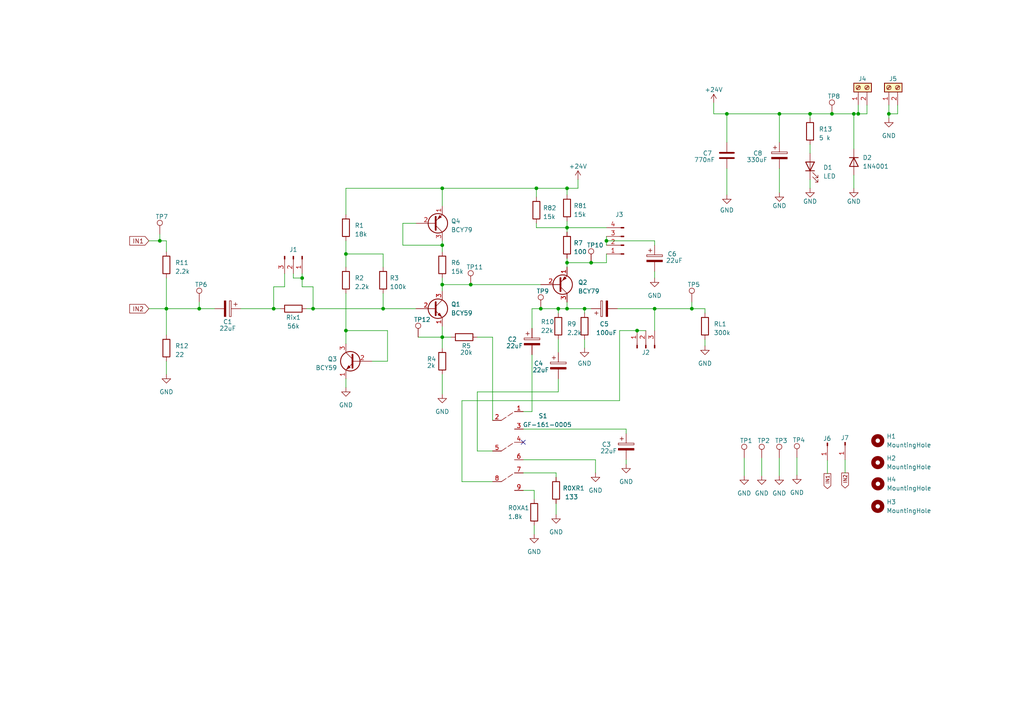
<source format=kicad_sch>
(kicad_sch (version 20230121) (generator eeschema)
  (paper "A4")
  (lib_symbols
    (symbol "Connector:Conn_01x01_Male" (pin_names (offset 1.016) hide)
      (property "Reference" "J" (at 0 2.54 0))
      (property "Value" "Conn_01x01_Male" (at 0 -2.54 0))
      (symbol "Conn_01x01_Male_1_1"
        (polyline (pts (xy 1.27 0) (xy 0.8636 0)) (stroke (width 0.1524)))
        (rectangle (start 0.8636 0.127) (end 0 -0.127) (stroke (width 0.1524)) (fill (type outline)))
        (pin passive line (at 5.08 0 180) (length 3.81) (name "Pin_1") (number "1"))
      )
    )
    (symbol "Connector:Conn_01x03_Pin" (pin_names (offset 1.016) hide)
      (property "Reference" "J" (at 0 5.08 0))
      (property "Value" "Conn_01x03_Pin" (at 0 -5.08 0))
      (symbol "Conn_01x03_Pin_1_1"
        (polyline (pts (xy 1.27 -2.54) (xy 0.8636 -2.54)) (stroke (width 0.1524)))
        (polyline (pts (xy 1.27 0) (xy 0.8636 0)) (stroke (width 0.1524)))
        (polyline (pts (xy 1.27 2.54) (xy 0.8636 2.54)) (stroke (width 0.1524)))
        (rectangle (start 0.8636 -2.413) (end 0 -2.667) (stroke (width 0.1524)) (fill (type outline)))
        (rectangle (start 0.8636 0.127) (end 0 -0.127) (stroke (width 0.1524)) (fill (type outline)))
        (rectangle (start 0.8636 2.667) (end 0 2.413) (stroke (width 0.1524)) (fill (type outline)))
        (pin passive line (at 5.08 2.54 180) (length 3.81) (name "Pin_1") (number "1"))
        (pin passive line (at 5.08 0 180) (length 3.81) (name "Pin_2") (number "2"))
        (pin passive line (at 5.08 -2.54 180) (length 3.81) (name "Pin_3") (number "3"))
      )
    )
    (symbol "Connector:Conn_01x04_Pin" (pin_names (offset 1.016) hide)
      (property "Reference" "J" (at 0 5.08 0))
      (property "Value" "Conn_01x04_Pin" (at 0 -7.62 0))
      (symbol "Conn_01x04_Pin_1_1"
        (polyline (pts (xy 1.27 -5.08) (xy 0.8636 -5.08)) (stroke (width 0.1524)))
        (polyline (pts (xy 1.27 -2.54) (xy 0.8636 -2.54)) (stroke (width 0.1524)))
        (polyline (pts (xy 1.27 0) (xy 0.8636 0)) (stroke (width 0.1524)))
        (polyline (pts (xy 1.27 2.54) (xy 0.8636 2.54)) (stroke (width 0.1524)))
        (rectangle (start 0.8636 -4.953) (end 0 -5.207) (stroke (width 0.1524)) (fill (type outline)))
        (rectangle (start 0.8636 -2.413) (end 0 -2.667) (stroke (width 0.1524)) (fill (type outline)))
        (rectangle (start 0.8636 0.127) (end 0 -0.127) (stroke (width 0.1524)) (fill (type outline)))
        (rectangle (start 0.8636 2.667) (end 0 2.413) (stroke (width 0.1524)) (fill (type outline)))
        (pin passive line (at 5.08 2.54 180) (length 3.81) (name "Pin_1") (number "1"))
        (pin passive line (at 5.08 0 180) (length 3.81) (name "Pin_2") (number "2"))
        (pin passive line (at 5.08 -2.54 180) (length 3.81) (name "Pin_3") (number "3"))
        (pin passive line (at 5.08 -5.08 180) (length 3.81) (name "Pin_4") (number "4"))
      )
    )
    (symbol "Connector:Screw_Terminal_01x02" (pin_names (offset 1.016) hide)
      (property "Reference" "J" (at 0 2.54 0))
      (property "Value" "Screw_Terminal_01x02" (at 0 -5.08 0))
      (symbol "Screw_Terminal_01x02_1_1"
        (rectangle (start -1.27 1.27) (end 1.27 -3.81) (stroke (width 0.254)) (fill (type background)))
        (circle (center 0 -2.54) (radius 0.635) (stroke (width 0.1524)))
        (polyline (pts (xy -0.5334 -2.2098) (xy 0.3302 -3.048)) (stroke (width 0.1524)))
        (polyline (pts (xy -0.5334 0.3302) (xy 0.3302 -0.508)) (stroke (width 0.1524)))
        (polyline (pts (xy -0.3556 -2.032) (xy 0.508 -2.8702)) (stroke (width 0.1524)))
        (polyline (pts (xy -0.3556 0.508) (xy 0.508 -0.3302)) (stroke (width 0.1524)))
        (circle (center 0 0) (radius 0.635) (stroke (width 0.1524)))
        (pin passive line (at -5.08 0 0) (length 3.81) (name "Pin_1") (number "1"))
        (pin passive line (at -5.08 -2.54 0) (length 3.81) (name "Pin_2") (number "2"))
      )
    )
    (symbol "Connector:TestPoint" (pin_numbers hide) (pin_names (offset 0.762) hide)
      (property "Reference" "TP" (at 0 6.858 0))
      (property "Value" "TestPoint" (at 0 5.08 0))
      (symbol "TestPoint_0_1"
        (circle (center 0 3.302) (radius 0.762))
      )
      (symbol "TestPoint_1_1"
        (pin passive line (at 0 0 90) (length 2.54) (name "1") (number "1"))
      )
    )
    (symbol "Device:C" (pin_numbers hide) (pin_names (offset 0.254))
      (property "Reference" "C" (at 0.635 2.54 0))
      (property "Value" "C" (at 0.635 -2.54 0))
      (symbol "C_0_1"
        (polyline (pts (xy -2.032 -0.762) (xy 2.032 -0.762)) (stroke (width 0.508)))
        (polyline (pts (xy -2.032 0.762) (xy 2.032 0.762)) (stroke (width 0.508)))
      )
      (symbol "C_1_1"
        (pin passive line (at 0 3.81 270) (length 2.794) (name "~") (number "1"))
        (pin passive line (at 0 -3.81 90) (length 2.794) (name "~") (number "2"))
      )
    )
    (symbol "Device:C_Polarized" (pin_numbers hide) (pin_names (offset 0.254))
      (property "Reference" "C" (at 0.635 2.54 0))
      (property "Value" "C_Polarized" (at 0.635 -2.54 0))
      (symbol "C_Polarized_0_1"
        (rectangle (start -2.286 0.508) (end 2.286 1.016))
        (polyline (pts (xy -1.778 2.286) (xy -0.762 2.286)))
        (polyline (pts (xy -1.27 2.794) (xy -1.27 1.778)))
        (rectangle (start 2.286 -0.508) (end -2.286 -1.016) (fill (type outline)))
      )
      (symbol "C_Polarized_1_1"
        (pin passive line (at 0 3.81 270) (length 2.794) (name "~") (number "1"))
        (pin passive line (at 0 -3.81 90) (length 2.794) (name "~") (number "2"))
      )
    )
    (symbol "Device:D" (pin_numbers hide) (pin_names (offset 1.016) hide)
      (property "Reference" "D" (at 0 2.54 0))
      (property "Value" "D" (at 0 -2.54 0))
      (symbol "D_0_1"
        (polyline (pts (xy -1.27 1.27) (xy -1.27 -1.27)) (stroke (width 0.254)))
        (polyline (pts (xy 1.27 0) (xy -1.27 0)))
        (polyline (pts (xy 1.27 1.27) (xy 1.27 -1.27) (xy -1.27 0) (xy 1.27 1.27)) (stroke (width 0.254)))
      )
      (symbol "D_1_1"
        (pin passive line (at -3.81 0 0) (length 2.54) (name "K") (number "1"))
        (pin passive line (at 3.81 0 180) (length 2.54) (name "A") (number "2"))
      )
    )
    (symbol "Device:LED" (pin_numbers hide) (pin_names (offset 1.016) hide)
      (property "Reference" "D" (at 0 2.54 0))
      (property "Value" "LED" (at 0 -2.54 0))
      (symbol "LED_0_1"
        (polyline (pts (xy -1.27 -1.27) (xy -1.27 1.27)) (stroke (width 0.254)))
        (polyline (pts (xy -1.27 0) (xy 1.27 0)))
        (polyline (pts (xy 1.27 -1.27) (xy 1.27 1.27) (xy -1.27 0) (xy 1.27 -1.27)) (stroke (width 0.254)))
        (polyline (pts (xy -3.048 -0.762) (xy -4.572 -2.286) (xy -3.81 -2.286) (xy -4.572 -2.286) (xy -4.572 -1.524)))
        (polyline (pts (xy -1.778 -0.762) (xy -3.302 -2.286) (xy -2.54 -2.286) (xy -3.302 -2.286) (xy -3.302 -1.524)))
      )
      (symbol "LED_1_1"
        (pin passive line (at -3.81 0 0) (length 2.54) (name "K") (number "1"))
        (pin passive line (at 3.81 0 180) (length 2.54) (name "A") (number "2"))
      )
    )
    (symbol "Device:Q_NPN_EBC" (pin_names (offset 0) hide)
      (property "Reference" "Q" (at 5.08 1.27 0))
      (property "Value" "Q_NPN_EBC" (at 5.08 -1.27 0))
      (symbol "Q_NPN_EBC_0_1"
        (polyline (pts (xy 0.635 0.635) (xy 2.54 2.54)))
        (polyline (pts (xy 0.635 -0.635) (xy 2.54 -2.54) (xy 2.54 -2.54)))
        (polyline (pts (xy 0.635 1.905) (xy 0.635 -1.905) (xy 0.635 -1.905)) (stroke (width 0.508)))
        (polyline (pts (xy 1.27 -1.778) (xy 1.778 -1.27) (xy 2.286 -2.286) (xy 1.27 -1.778) (xy 1.27 -1.778)) (fill (type outline)))
        (circle (center 1.27 0) (radius 2.8194) (stroke (width 0.254)))
      )
      (symbol "Q_NPN_EBC_1_1"
        (pin passive line (at 2.54 -5.08 90) (length 2.54) (name "E") (number "1"))
        (pin passive line (at -5.08 0 0) (length 5.715) (name "B") (number "2"))
        (pin passive line (at 2.54 5.08 270) (length 2.54) (name "C") (number "3"))
      )
    )
    (symbol "Device:Q_PNP_EBC" (pin_names (offset 0) hide)
      (property "Reference" "Q" (at 5.08 1.27 0))
      (property "Value" "Q_PNP_EBC" (at 5.08 -1.27 0))
      (symbol "Q_PNP_EBC_0_1"
        (polyline (pts (xy 0.635 0.635) (xy 2.54 2.54)))
        (polyline (pts (xy 0.635 -0.635) (xy 2.54 -2.54) (xy 2.54 -2.54)))
        (polyline (pts (xy 0.635 1.905) (xy 0.635 -1.905) (xy 0.635 -1.905)) (stroke (width 0.508)))
        (polyline (pts (xy 2.286 -1.778) (xy 1.778 -2.286) (xy 1.27 -1.27) (xy 2.286 -1.778) (xy 2.286 -1.778)) (fill (type outline)))
        (circle (center 1.27 0) (radius 2.8194) (stroke (width 0.254)))
      )
      (symbol "Q_PNP_EBC_1_1"
        (pin passive line (at 2.54 -5.08 90) (length 2.54) (name "E") (number "1"))
        (pin input line (at -5.08 0 0) (length 5.715) (name "B") (number "2"))
        (pin passive line (at 2.54 5.08 270) (length 2.54) (name "C") (number "3"))
      )
    )
    (symbol "Device:R" (pin_numbers hide) (pin_names (offset 0))
      (property "Reference" "R" (at 2.032 0 90))
      (property "Value" "R" (at 0 0 90))
      (symbol "R_0_1"
        (rectangle (start -1.016 -2.54) (end 1.016 2.54) (stroke (width 0.254)))
      )
      (symbol "R_1_1"
        (pin passive line (at 0 3.81 270) (length 1.27) (name "~") (number "1"))
        (pin passive line (at 0 -3.81 90) (length 1.27) (name "~") (number "2"))
      )
    )
    (symbol "Mechanical:MountingHole" (pin_names (offset 1.016))
      (property "Reference" "H" (at 0 5.08 0))
      (property "Value" "MountingHole" (at 0 3.175 0))
      (symbol "MountingHole_0_1"
        (circle (center 0 0) (radius 1.27) (stroke (width 1.27)))
      )
    )
    (symbol "User_Symbol:Switch_3PDT"
      (property "Reference" "S" (at 1.27 -13.97 0))
      (property "Value" "GF-161-0005" (at -7.62 -13.97 0))
      (symbol "Switch_3PDT_0_1"
        (polyline (pts (xy 0 -8.89) (xy 3.81 -6.35)) (stroke (width 0) (type dash)))
        (polyline (pts (xy 0 0) (xy 3.81 2.54)) (stroke (width 0) (type dash)))
        (polyline (pts (xy 0 8.89) (xy 3.81 11.43)) (stroke (width 0) (type dash)))
      )
      (symbol "Switch_3PDT_1_1"
        (pin input line (at 6.35 11.43 180) (length 2.54) (name "") (number "1"))
        (pin input line (at -2.54 8.89 0) (length 2.54) (name "") (number "2"))
        (pin input line (at 6.35 6.35 180) (length 2.54) (name "") (number "3"))
        (pin input line (at 6.35 2.54 180) (length 2.54) (name "") (number "4"))
        (pin input line (at -2.54 0 0) (length 2.54) (name "") (number "5"))
        (pin input line (at 6.35 -2.54 180) (length 2.54) (name "") (number "6"))
        (pin input line (at 6.35 -6.35 180) (length 2.54) (name "") (number "7"))
        (pin input line (at -2.54 -8.89 0) (length 2.54) (name "") (number "8"))
        (pin input line (at 6.35 -11.43 180) (length 2.54) (name "") (number "9"))
      )
    )
    (symbol "power:+24V" (power) (pin_names (offset 0))
      (property "Value" "+24V" (at 0 3.556 0))
      (symbol "+24V_0_1"
        (polyline (pts (xy -0.762 1.27) (xy 0 2.54)))
        (polyline (pts (xy 0 0) (xy 0 2.54)))
        (polyline (pts (xy 0 2.54) (xy 0.762 1.27)))
      )
      (symbol "+24V_1_1"
        (pin power_in line (at 0 0 90) (length 0) hide (name "+24V") (number "1"))
      )
    )
    (symbol "power:GND" (power) (pin_names (offset 0))
      (property "Value" "GND" (at 0 -3.81 0))
      (symbol "GND_0_1"
        (polyline (pts (xy 0 0) (xy 0 -1.27) (xy 1.27 -1.27) (xy 0 -2.54) (xy -1.27 -1.27) (xy 0 -1.27)))
      )
      (symbol "GND_1_1"
        (pin power_in line (at 0 0 270) (length 0) hide (name "GND") (number "1"))
      )
    )
  )
  (junction (at 87.63 80.645))
  (junction (at 156.845 89.535))
  (junction (at 136.525 82.55))
  (junction (at 57.785 89.535))
  (junction (at 155.575 54.61))
  (junction (at 226.06 33.02))
  (junction (at 79.375 89.535))
  (junction (at 128.27 82.55))
  (junction (at 184.785 95.885))
  (junction (at 171.45 76.2))
  (junction (at 164.465 54.61))
  (junction (at 189.865 89.535))
  (junction (at 90.805 89.535))
  (junction (at 164.465 89.535))
  (junction (at 100.33 95.885))
  (junction (at 241.3 33.02))
  (junction (at 247.65 33.02))
  (junction (at 161.925 89.535))
  (junction (at 164.465 76.2))
  (junction (at 128.27 97.79))
  (junction (at 200.66 89.535))
  (junction (at 164.465 66.04))
  (junction (at 169.545 89.535))
  (junction (at 128.27 71.12))
  (junction (at 48.26 89.535))
  (junction (at 128.27 54.61))
  (junction (at 210.82 33.02))
  (junction (at 100.33 73.66))
  (junction (at 46.355 69.85))
  (junction (at 257.81 33.02))
  (junction (at 111.125 89.535))
  (junction (at 234.95 33.02))
  (junction (at 248.92 33.02))
  (junction (at 175.895 69.85))
  (no_connect (at 151.765 128.27))
  (wire (pts (xy 142.875 121.92) (xy 142.875 97.79)))
  (wire (pts (xy 151.765 124.46) (xy 181.61 124.46)))
  (wire (pts (xy 161.925 113.665) (xy 161.925 109.855)))
  (wire (pts (xy 48.26 80.645) (xy 48.26 89.535)))
  (wire (pts (xy 142.875 130.81) (xy 138.43 130.81)))
  (wire (pts (xy 215.8556 132.8986) (xy 215.8556 137.9786)))
  (wire (pts (xy 130.81 97.79) (xy 128.27 97.79)))
  (wire (pts (xy 161.925 89.535) (xy 164.465 89.535)))
  (wire (pts (xy 155.575 66.04) (xy 164.465 66.04)))
  (wire (pts (xy 128.27 82.55) (xy 128.27 84.455)))
  (wire (pts (xy 111.125 89.535) (xy 120.65 89.535)))
  (wire (pts (xy 100.33 73.66) (xy 100.33 77.47)))
  (wire (pts (xy 200.66 87.63) (xy 200.66 89.535)))
  (wire (pts (xy 161.925 102.235) (xy 161.925 98.425)))
  (wire (pts (xy 57.785 89.535) (xy 62.23 89.535)))
  (wire (pts (xy 128.27 97.79) (xy 128.27 100.965)))
  (wire (pts (xy 120.65 64.77) (xy 116.84 64.77)))
  (wire (pts (xy 87.63 79.375) (xy 87.63 80.645)))
  (wire (pts (xy 207.01 29.845) (xy 207.01 33.02)))
  (wire (pts (xy 164.465 66.04) (xy 164.465 67.31)))
  (wire (pts (xy 88.9 89.535) (xy 90.805 89.535)))
  (wire (pts (xy 107.95 104.775) (xy 112.395 104.775)))
  (wire (pts (xy 164.465 76.2) (xy 164.465 77.47)))
  (wire (pts (xy 189.865 89.535) (xy 200.66 89.535)))
  (wire (pts (xy 234.95 52.07) (xy 234.95 54.61)))
  (wire (pts (xy 172.72 133.35) (xy 172.72 137.16)))
  (wire (pts (xy 210.82 41.275) (xy 210.82 33.02)))
  (wire (pts (xy 57.785 87.63) (xy 57.785 89.535)))
  (wire (pts (xy 128.27 69.85) (xy 128.27 71.12)))
  (wire (pts (xy 175.895 69.85) (xy 189.865 69.85)))
  (wire (pts (xy 128.27 94.615) (xy 128.27 97.79)))
  (wire (pts (xy 257.81 33.02) (xy 257.81 34.29)))
  (wire (pts (xy 151.765 137.16) (xy 161.29 137.16)))
  (wire (pts (xy 82.55 83.185) (xy 79.375 83.185)))
  (wire (pts (xy 181.61 124.46) (xy 181.61 125.73)))
  (wire (pts (xy 48.26 89.535) (xy 48.26 97.155)))
  (wire (pts (xy 154.305 89.535) (xy 156.845 89.535)))
  (wire (pts (xy 179.07 89.535) (xy 189.865 89.535)))
  (wire (pts (xy 128.27 54.61) (xy 155.575 54.61)))
  (wire (pts (xy 48.26 89.535) (xy 57.785 89.535)))
  (wire (pts (xy 175.895 73.66) (xy 175.895 76.2)))
  (wire (pts (xy 43.18 69.85) (xy 46.355 69.85)))
  (wire (pts (xy 85.09 79.375) (xy 85.09 80.645)))
  (wire (pts (xy 128.27 71.12) (xy 128.27 73.025)))
  (wire (pts (xy 111.125 85.09) (xy 111.125 89.535)))
  (wire (pts (xy 207.01 33.02) (xy 210.82 33.02)))
  (wire (pts (xy 142.875 139.7) (xy 133.985 139.7)))
  (wire (pts (xy 85.09 80.645) (xy 87.63 80.645)))
  (wire (pts (xy 121.285 97.79) (xy 128.27 97.79)))
  (wire (pts (xy 46.355 69.85) (xy 48.26 69.85)))
  (wire (pts (xy 128.27 82.55) (xy 136.525 82.55)))
  (wire (pts (xy 164.465 87.63) (xy 164.465 89.535)))
  (wire (pts (xy 100.33 54.61) (xy 128.27 54.61)))
  (wire (pts (xy 169.545 89.535) (xy 169.545 90.805)))
  (wire (pts (xy 251.46 30.48) (xy 251.46 33.02)))
  (wire (pts (xy 179.705 116.205) (xy 179.705 95.885)))
  (wire (pts (xy 142.875 97.79) (xy 138.43 97.79)))
  (wire (pts (xy 46.355 67.945) (xy 46.355 69.85)))
  (wire (pts (xy 171.45 76.2) (xy 164.465 76.2)))
  (wire (pts (xy 175.895 76.2) (xy 171.45 76.2)))
  (wire (pts (xy 210.82 33.02) (xy 226.06 33.02)))
  (wire (pts (xy 112.395 104.775) (xy 112.395 95.885)))
  (wire (pts (xy 189.865 95.885) (xy 189.865 89.535)))
  (wire (pts (xy 79.375 83.185) (xy 79.375 89.535)))
  (wire (pts (xy 248.92 33.02) (xy 248.92 30.48)))
  (wire (pts (xy 161.29 137.16) (xy 161.29 138.43)))
  (wire (pts (xy 87.63 83.185) (xy 90.805 83.185)))
  (wire (pts (xy 164.465 66.04) (xy 175.895 66.04)))
  (wire (pts (xy 247.65 33.02) (xy 247.65 43.18)))
  (wire (pts (xy 111.125 73.66) (xy 100.33 73.66)))
  (wire (pts (xy 200.66 89.535) (xy 204.47 89.535)))
  (wire (pts (xy 251.46 33.02) (xy 248.92 33.02)))
  (wire (pts (xy 90.805 89.535) (xy 111.125 89.535)))
  (wire (pts (xy 48.26 69.85) (xy 48.26 73.025)))
  (wire (pts (xy 175.895 69.85) (xy 175.895 71.12)))
  (wire (pts (xy 154.94 142.24) (xy 154.94 144.78)))
  (wire (pts (xy 138.43 113.665) (xy 161.925 113.665)))
  (wire (pts (xy 100.33 69.85) (xy 100.33 73.66)))
  (wire (pts (xy 90.805 83.185) (xy 90.805 89.535)))
  (wire (pts (xy 100.33 85.09) (xy 100.33 95.885)))
  (wire (pts (xy 169.545 89.535) (xy 171.45 89.535)))
  (wire (pts (xy 164.465 74.93) (xy 164.465 76.2)))
  (wire (pts (xy 128.27 54.61) (xy 128.27 59.69)))
  (wire (pts (xy 226.06 33.02) (xy 226.06 41.275)))
  (wire (pts (xy 245.11 133.35) (xy 245.11 137.16)))
  (wire (pts (xy 175.895 68.58) (xy 175.895 69.85)))
  (wire (pts (xy 189.865 78.74) (xy 189.865 80.645)))
  (wire (pts (xy 48.26 104.775) (xy 48.26 108.585)))
  (wire (pts (xy 43.18 89.535) (xy 48.26 89.535)))
  (wire (pts (xy 133.985 139.7) (xy 133.985 116.205)))
  (wire (pts (xy 161.925 90.805) (xy 161.925 89.535)))
  (wire (pts (xy 151.765 119.38) (xy 154.305 119.38)))
  (wire (pts (xy 257.81 30.48) (xy 257.81 33.02)))
  (wire (pts (xy 204.47 90.805) (xy 204.47 89.535)))
  (wire (pts (xy 167.64 52.07) (xy 167.64 54.61)))
  (wire (pts (xy 220.9356 132.8986) (xy 220.9356 137.9786)))
  (wire (pts (xy 155.575 64.77) (xy 155.575 66.04)))
  (wire (pts (xy 167.64 54.61) (xy 164.465 54.61)))
  (wire (pts (xy 128.27 80.645) (xy 128.27 82.55)))
  (wire (pts (xy 181.61 133.35) (xy 181.61 134.62)))
  (wire (pts (xy 87.63 80.645) (xy 87.63 83.185)))
  (wire (pts (xy 151.765 133.35) (xy 172.72 133.35)))
  (wire (pts (xy 100.33 95.885) (xy 100.33 99.695)))
  (wire (pts (xy 155.575 54.61) (xy 155.575 57.15)))
  (wire (pts (xy 151.765 142.24) (xy 154.94 142.24)))
  (wire (pts (xy 154.305 102.87) (xy 154.305 119.38)))
  (wire (pts (xy 179.705 95.885) (xy 184.785 95.885)))
  (wire (pts (xy 116.84 64.77) (xy 116.84 71.12)))
  (wire (pts (xy 164.465 89.535) (xy 169.545 89.535)))
  (wire (pts (xy 155.575 54.61) (xy 164.465 54.61)))
  (wire (pts (xy 161.29 146.05) (xy 161.29 149.225)))
  (wire (pts (xy 116.84 71.12) (xy 128.27 71.12)))
  (wire (pts (xy 111.125 77.47) (xy 111.125 73.66)))
  (wire (pts (xy 184.785 95.885) (xy 187.325 95.885)))
  (wire (pts (xy 241.3 33.02) (xy 247.65 33.02)))
  (wire (pts (xy 69.85 89.535) (xy 79.375 89.535)))
  (wire (pts (xy 226.06 33.02) (xy 234.95 33.02)))
  (wire (pts (xy 234.95 33.02) (xy 241.3 33.02)))
  (wire (pts (xy 133.985 116.205) (xy 179.705 116.205)))
  (wire (pts (xy 226.06 48.895) (xy 226.06 55.88)))
  (wire (pts (xy 154.305 95.25) (xy 154.305 89.535)))
  (wire (pts (xy 128.27 108.585) (xy 128.27 114.3)))
  (wire (pts (xy 164.465 64.135) (xy 164.465 66.04)))
  (wire (pts (xy 260.35 30.48) (xy 260.35 33.02)))
  (wire (pts (xy 234.95 33.02) (xy 234.95 34.29)))
  (wire (pts (xy 164.465 54.61) (xy 164.465 56.515)))
  (wire (pts (xy 154.94 152.4) (xy 154.94 154.94)))
  (wire (pts (xy 100.33 109.855) (xy 100.33 112.395)))
  (wire (pts (xy 210.82 48.895) (xy 210.82 56.515)))
  (wire (pts (xy 260.35 33.02) (xy 257.81 33.02)))
  (wire (pts (xy 234.95 41.91) (xy 234.95 44.45)))
  (wire (pts (xy 226.0156 132.8986) (xy 226.0156 137.9786)))
  (wire (pts (xy 231.14 132.715) (xy 231.14 137.795)))
  (wire (pts (xy 247.65 33.02) (xy 248.92 33.02)))
  (wire (pts (xy 136.525 82.55) (xy 156.845 82.55)))
  (wire (pts (xy 112.395 95.885) (xy 100.33 95.885)))
  (wire (pts (xy 79.375 89.535) (xy 81.28 89.535)))
  (wire (pts (xy 100.33 62.23) (xy 100.33 54.61)))
  (wire (pts (xy 239.9856 133.5336) (xy 239.9856 137.3436)))
  (wire (pts (xy 169.545 98.425) (xy 169.545 100.965)))
  (wire (pts (xy 156.845 89.535) (xy 161.925 89.535)))
  (wire (pts (xy 204.47 98.425) (xy 204.47 100.33)))
  (wire (pts (xy 138.43 130.81) (xy 138.43 113.665)))
  (wire (pts (xy 82.55 79.375) (xy 82.55 83.185)))
  (wire (pts (xy 189.865 69.85) (xy 189.865 71.12)))
  (wire (pts (xy 247.65 50.8) (xy 247.65 54.61)))
  (global_label "IN2" (shape output) (at 245.11 137.16 270) (effects (font (size 1 1))) (property "Intersheetrefs" "${INTERSHEET_REFS}" (effects hide)))
  (global_label "IN1" (shape input) (at 43.18 69.85 180) (property "Intersheetrefs" "${INTERSHEET_REFS}" (effects hide)))
  (global_label "IN2" (shape input) (at 43.18 89.535 180) (property "Intersheetrefs" "${INTERSHEET_REFS}" (effects hide)))
  (global_label "IN1" (shape output) (at 239.9856 137.3436 270) (effects (font (size 1 1))) (property "Intersheetrefs" "${INTERSHEET_REFS}" (effects hide)))
  (symbol (lib_id "Connector:TestPoint") (at 57.785 87.63 0) (unit 1)
    (property "Reference" "TP6" (at 56.515 82.55 0) (effects (justify left)))
    (property "Value" "TestPoint" (effects hide))
    (property "Footprint" "User_Footprint:Kesytone TP Multipurpose 5013" (effects hide))
  )
  (symbol (lib_id "Device:R") (at 169.545 94.615 180) (unit 1)
    (property "Reference" "R9" (at 164.465 93.98 0) (effects (justify right)))
    (property "Value" "2.2k" (at 164.465 96.52 0) (effects (justify right)))
    (property "Footprint" "Resistor_THT:R_Axial_DIN0207_L6.3mm_D2.5mm_P10.16mm_Horizontal" (effects hide))
  )
  (symbol (lib_id "Device:R") (at 100.33 81.28 180) (unit 1)
    (property "Reference" "R2" (at 102.87 80.645 0) (effects (justify right)))
    (property "Value" "2.2k" (at 102.87 83.185 0) (effects (justify right)))
    (property "Footprint" "Resistor_THT:R_Axial_DIN0207_L6.3mm_D2.5mm_P10.16mm_Horizontal" (effects hide))
  )
  (symbol (lib_id "Device:R") (at 85.09 89.535 90) (unit 1)
    (property "Reference" "Rix1" (at 85.09 92.075 90))
    (property "Value" "56k" (at 85.09 94.615 90))
    (property "Footprint" "Resistor_THT:R_Axial_DIN0207_L6.3mm_D2.5mm_P10.16mm_Horizontal" (effects hide))
  )
  (symbol (lib_id "power:GND") (at 172.72 137.16 0) (unit 1)
    (property "Reference" "#PWR016" (effects hide))
    (property "Value" "GND" (at 172.72 142.24 0))
  )
  (symbol (lib_id "Device:LED") (at 234.95 48.26 90) (unit 1)
    (property "Reference" "D1" (at 238.76 48.5774 90) (effects (justify right)))
    (property "Value" "LED" (at 238.76 51.1174 90) (effects (justify right)))
    (property "Footprint" "LED_THT:LED_D5.0mm" (effects hide))
  )
  (symbol (lib_id "Device:C_Polarized") (at 226.06 45.085 0) (unit 1)
    (property "Reference" "C8" (at 218.44 44.45 0) (effects (justify left)))
    (property "Value" "330uF" (at 216.535 46.355 0) (effects (justify left)))
    (property "Footprint" "Capacitor_THT:CP_Radial_D8.0mm_P3.50mm" (effects hide))
  )
  (symbol (lib_id "Connector:TestPoint") (at 136.525 82.55 0) (unit 1)
    (property "Reference" "TP11" (at 135.255 77.47 0) (effects (justify left)))
    (property "Value" "TestPoint" (effects hide))
    (property "Footprint" "User_Footprint:Kesytone TP Multipurpose 5013" (effects hide))
  )
  (symbol (lib_id "Connector:Conn_01x04_Pin") (at 180.975 71.12 180) (unit 1)
    (property "Reference" "J3" (at 178.435 62.23 0) (effects (justify right)))
    (property "Value" "Conn_01x04_Pin" (effects hide))
    (property "Footprint" "Connector_PinHeader_2.54mm:PinHeader_1x04_P2.54mm_Vertical" (effects hide))
  )
  (symbol (lib_id "Mechanical:MountingHole") (at 254.5906 134.1686 0) (unit 1)
    (property "Reference" "H2" (at 257.1306 132.8985 0) (effects (justify left)))
    (property "Value" "MountingHole" (at 257.1306 135.4385 0) (effects (justify left)))
    (property "Footprint" "MountingHole:MountingHole_3.2mm_M3_ISO7380_Pad_TopBottom" (effects hide))
  )
  (symbol (lib_id "Device:C_Polarized") (at 189.865 74.93 0) (unit 1)
    (property "Reference" "C6" (at 194.945 73.66 0))
    (property "Value" "22uF" (at 195.58 75.565 0))
    (property "Footprint" "Capacitor_THT:CP_Radial_D6.3mm_P2.50mm" (effects hide))
  )
  (symbol (lib_id "power:GND") (at 189.865 80.645 0) (unit 1)
    (property "Reference" "#PWR04" (effects hide))
    (property "Value" "GND" (at 189.865 85.725 0))
  )
  (symbol (lib_id "power:GND") (at 154.94 154.94 0) (unit 1)
    (property "Reference" "#PWR018" (effects hide))
    (property "Value" "GND" (at 154.94 160.02 0))
  )
  (symbol (lib_id "power:+24V") (at 167.64 52.07 0) (unit 1)
    (property "Reference" "#PWR019" (effects hide))
    (property "Value" "+24V" (at 167.64 48.26 0))
  )
  (symbol (lib_id "power:GND") (at 210.82 56.515 0) (unit 1)
    (property "Reference" "#PWR011" (effects hide))
    (property "Value" "GND" (at 210.82 60.96 0))
  )
  (symbol (lib_id "Connector:Conn_01x03_Pin") (at 187.325 100.965 90) (unit 1)
    (property "Reference" "J2" (at 187.325 102.235 90))
    (property "Value" "Conn_01x03_Pin" (effects hide))
    (property "Footprint" "Connector_PinHeader_2.54mm:PinHeader_1x03_P2.54mm_Vertical" (effects hide))
  )
  (symbol (lib_id "Device:R") (at 111.125 81.28 180) (unit 1)
    (property "Reference" "R3" (at 113.03 80.645 0) (effects (justify right)))
    (property "Value" "100k" (at 113.03 83.185 0) (effects (justify right)))
    (property "Footprint" "Resistor_THT:R_Axial_DIN0207_L6.3mm_D2.5mm_P10.16mm_Horizontal" (effects hide))
  )
  (symbol (lib_id "Device:Q_PNP_EBC") (at 125.73 64.77 0) (mirror x) (unit 1)
    (property "Reference" "Q4" (at 130.81 64.135 0) (effects (justify left)))
    (property "Value" "BCY79" (at 130.81 66.675 0) (effects (justify left)))
    (property "Footprint" "Package_TO_SOT_THT:TO-18-3" (effects hide))
  )
  (symbol (lib_id "Device:D") (at 247.65 46.99 270) (unit 1)
    (property "Reference" "D2" (at 250.19 45.7199 90) (effects (justify left)))
    (property "Value" "1N4001" (at 250.19 48.2599 90) (effects (justify left)))
    (property "Footprint" "Diode_THT:D_DO-41_SOD81_P10.16mm_Horizontal" (effects hide))
  )
  (symbol (lib_id "Mechanical:MountingHole") (at 254.5906 127.8186 0) (unit 1)
    (property "Reference" "H1" (at 257.1306 126.5485 0) (effects (justify left)))
    (property "Value" "MountingHole" (at 257.1306 129.0885 0) (effects (justify left)))
    (property "Footprint" "MountingHole:MountingHole_3.2mm_M3_ISO7380_Pad_TopBottom" (effects hide))
  )
  (symbol (lib_id "Connector:TestPoint") (at 156.845 89.535 0) (unit 1)
    (property "Reference" "TP9" (at 155.575 84.455 0) (effects (justify left)))
    (property "Value" "TestPoint" (effects hide))
    (property "Footprint" "User_Footprint:Kesytone TP Multipurpose 5013" (effects hide))
  )
  (symbol (lib_id "Device:R") (at 155.575 60.96 180) (unit 1)
    (property "Reference" "R82" (at 157.48 60.325 0) (effects (justify right)))
    (property "Value" "15k" (at 157.48 62.865 0) (effects (justify right)))
    (property "Footprint" "Resistor_THT:R_Axial_DIN0207_L6.3mm_D2.5mm_P10.16mm_Horizontal" (effects hide))
  )
  (symbol (lib_id "Device:R") (at 100.33 66.04 180) (unit 1)
    (property "Reference" "R1" (at 102.87 65.405 0) (effects (justify right)))
    (property "Value" "18k" (at 102.87 67.945 0) (effects (justify right)))
    (property "Footprint" "Resistor_THT:R_Axial_DIN0207_L6.3mm_D2.5mm_P10.16mm_Horizontal" (effects hide))
  )
  (symbol (lib_id "Device:R") (at 204.47 94.615 0) (unit 1)
    (property "Reference" "RL1" (at 207.01 93.98 0) (effects (justify left)))
    (property "Value" "300k" (at 207.01 96.52 0) (effects (justify left)))
    (property "Footprint" "Resistor_THT:R_Axial_DIN0207_L6.3mm_D2.5mm_P10.16mm_Horizontal" (effects hide))
  )
  (symbol (lib_id "Connector:TestPoint") (at 241.3 33.02 0) (unit 1)
    (property "Reference" "TP8" (at 240.03 27.94 0) (effects (justify left)))
    (property "Value" "TestPoint" (effects hide))
    (property "Footprint" "User_Footprint:Kesytone TP Multipurpose 5013" (effects hide))
  )
  (symbol (lib_id "Device:R") (at 48.26 76.835 0) (unit 1)
    (property "Reference" "R11" (at 50.8 76.2 0) (effects (justify left)))
    (property "Value" "2.2k" (at 50.8 78.74 0) (effects (justify left)))
    (property "Footprint" "Resistor_THT:R_Axial_DIN0207_L6.3mm_D2.5mm_P10.16mm_Horizontal" (effects hide))
  )
  (symbol (lib_id "Connector:TestPoint") (at 231.14 132.715 0) (unit 1)
    (property "Reference" "TP4" (at 229.87 127.635 0) (effects (justify left)))
    (property "Value" "TestPoint" (effects hide))
    (property "Footprint" "User_Footprint:TestPoint" (effects hide))
  )
  (symbol (lib_id "Device:C_Polarized") (at 66.04 89.535 270) (unit 1)
    (property "Reference" "C1" (at 66.04 93.345 90))
    (property "Value" "22uF" (at 66.04 95.25 90))
    (property "Footprint" "Capacitor_THT:CP_Radial_D6.3mm_P2.50mm" (effects hide))
  )
  (symbol (lib_id "Device:R") (at 164.465 60.325 180) (unit 1)
    (property "Reference" "R81" (at 166.37 59.69 0) (effects (justify right)))
    (property "Value" "15k" (at 166.37 62.23 0) (effects (justify right)))
    (property "Footprint" "Resistor_THT:R_Axial_DIN0207_L6.3mm_D2.5mm_P10.16mm_Horizontal" (effects hide))
  )
  (symbol (lib_id "power:GND") (at 48.26 108.585 0) (unit 1)
    (property "Reference" "#PWR01" (effects hide))
    (property "Value" "GND" (at 48.26 113.665 0))
  )
  (symbol (lib_id "Device:Q_PNP_EBC") (at 161.925 82.55 0) (mirror x) (unit 1)
    (property "Reference" "Q2" (at 167.64 81.915 0) (effects (justify left)))
    (property "Value" "BCY79" (at 167.64 84.455 0) (effects (justify left)))
    (property "Footprint" "Package_TO_SOT_THT:TO-18-3" (effects hide))
  )
  (symbol (lib_id "power:GND") (at 215.8556 137.9786 0) (unit 1)
    (property "Reference" "#PWR012" (effects hide))
    (property "Value" "GND" (at 215.8556 143.0586 0))
  )
  (symbol (lib_id "power:GND") (at 226.06 55.88 0) (unit 1)
    (property "Reference" "#PWR010" (effects hide))
    (property "Value" "GND" (at 226.06 59.69 0))
  )
  (symbol (lib_id "Device:R") (at 134.62 97.79 270) (unit 1)
    (property "Reference" "R5" (at 135.255 100.33 90))
    (property "Value" "20k" (at 135.255 102.235 90))
    (property "Footprint" "Resistor_THT:R_Axial_DIN0207_L6.3mm_D2.5mm_P10.16mm_Horizontal" (effects hide))
  )
  (symbol (lib_id "power:+24V") (at 207.01 29.845 0) (unit 1)
    (property "Reference" "#PWR020" (effects hide))
    (property "Value" "+24V" (at 207.01 26.035 0))
  )
  (symbol (lib_id "Device:R") (at 128.27 76.835 180) (unit 1)
    (property "Reference" "R6" (at 130.81 76.2 0) (effects (justify right)))
    (property "Value" "15k" (at 130.81 78.74 0) (effects (justify right)))
    (property "Footprint" "Resistor_THT:R_Axial_DIN0207_L6.3mm_D2.5mm_P10.16mm_Horizontal" (effects hide))
  )
  (symbol (lib_id "Connector:TestPoint") (at 220.9356 132.8986 0) (unit 1)
    (property "Reference" "TP2" (at 219.6656 127.8186 0) (effects (justify left)))
    (property "Value" "TestPoint" (effects hide))
    (property "Footprint" "User_Footprint:TestPoint" (effects hide))
  )
  (symbol (lib_id "power:GND") (at 128.27 114.3 0) (unit 1)
    (property "Reference" "#PWR03" (effects hide))
    (property "Value" "GND" (at 128.27 119.38 0))
  )
  (symbol (lib_id "Connector:Conn_01x01_Male") (at 245.11 128.27 270) (unit 1)
    (property "Reference" "J7" (at 243.84 127 90) (effects (justify left)))
    (property "Value" "Conn_01x01_Male" (effects hide))
    (property "Footprint" "User_Footprint:TestPoint" (effects hide))
  )
  (symbol (lib_id "Device:C") (at 210.82 45.085 180) (unit 1)
    (property "Reference" "C7" (at 203.835 44.45 0) (effects (justify right)))
    (property "Value" "770nF" (at 201.295 46.355 0) (effects (justify right)))
    (property "Footprint" "Capacitor_THT:C_Disc_D6.0mm_W2.5mm_P5.00mm" (effects hide))
  )
  (symbol (lib_id "power:GND") (at 220.9356 137.9786 0) (unit 1)
    (property "Reference" "#PWR013" (effects hide))
    (property "Value" "GND" (at 220.9356 143.0586 0))
  )
  (symbol (lib_id "Connector:TestPoint") (at 171.45 76.2 0) (unit 1)
    (property "Reference" "TP10" (at 170.18 71.12 0) (effects (justify left)))
    (property "Value" "TestPoint" (effects hide))
    (property "Footprint" "User_Footprint:Kesytone TP Multipurpose 5013" (effects hide))
  )
  (symbol (lib_id "Device:R") (at 128.27 104.775 180) (unit 1)
    (property "Reference" "R4" (at 123.825 104.14 0) (effects (justify right)))
    (property "Value" "2k" (at 123.825 106.045 0) (effects (justify right)))
    (property "Footprint" "Resistor_THT:R_Axial_DIN0207_L6.3mm_D2.5mm_P10.16mm_Horizontal" (effects hide))
  )
  (symbol (lib_id "Device:Q_NPN_EBC") (at 125.73 89.535 0) (unit 1)
    (property "Reference" "Q1" (at 130.81 88.265 0) (effects (justify left)))
    (property "Value" "BCY59" (at 130.81 90.805 0) (effects (justify left)))
    (property "Footprint" "Package_TO_SOT_THT:TO-18-3" (effects hide))
  )
  (symbol (lib_id "Device:C_Polarized") (at 161.925 106.045 0) (unit 1)
    (property "Reference" "C4" (at 156.21 105.41 0))
    (property "Value" "22uF" (at 156.845 107.315 0))
    (property "Footprint" "Capacitor_THT:CP_Radial_D6.3mm_P2.50mm" (effects hide))
  )
  (symbol (lib_id "Connector:Conn_01x01_Male") (at 239.9856 128.4536 270) (unit 1)
    (property "Reference" "J6" (at 238.7156 127.1836 90) (effects (justify left)))
    (property "Value" "Conn_01x01_Male" (effects hide))
    (property "Footprint" "User_Footprint:TestPoint" (effects hide))
  )
  (symbol (lib_id "power:GND") (at 234.95 54.61 0) (unit 1)
    (property "Reference" "#PWR07" (effects hide))
    (property "Value" "GND" (at 234.95 58.42 0))
  )
  (symbol (lib_id "Mechanical:MountingHole") (at 254.635 140.335 0) (unit 1)
    (property "Reference" "H4" (at 257.175 139.0649 0) (effects (justify left)))
    (property "Value" "MountingHole" (at 257.175 141.6049 0) (effects (justify left)))
    (property "Footprint" "MountingHole:MountingHole_3.2mm_M3_ISO7380_Pad_TopBottom" (effects hide))
  )
  (symbol (lib_id "power:GND") (at 181.61 134.62 0) (unit 1)
    (property "Reference" "#PWR015" (effects hide))
    (property "Value" "GND" (at 181.61 139.7 0))
  )
  (symbol (lib_id "Connector:Screw_Terminal_01x02") (at 248.92 25.4 90) (unit 1)
    (property "Reference" "J4" (at 248.92 22.86 90) (effects (justify right)))
    (property "Value" "Screw_Terminal_01x02" (effects hide))
    (property "Footprint" "TerminalBlock_Phoenix:TerminalBlock_Phoenix_MKDS-1,5-2_1x02_P5.00mm_Horizontal" (effects hide))
  )
  (symbol (lib_id "Connector:Conn_01x03_Pin") (at 85.09 74.295 270) (unit 1)
    (property "Reference" "J1" (at 85.09 72.39 90))
    (property "Value" "Conn_01x03_Pin" (effects hide))
    (property "Footprint" "Connector_PinHeader_2.54mm:PinHeader_1x03_P2.54mm_Vertical" (effects hide))
  )
  (symbol (lib_id "Device:C_Polarized") (at 175.26 89.535 90) (unit 1)
    (property "Reference" "C5" (at 175.26 93.98 90))
    (property "Value" "100uF" (at 175.895 96.52 90))
    (property "Footprint" "Capacitor_THT:CP_Radial_D8.0mm_P3.50mm" (effects hide))
  )
  (symbol (lib_id "power:GND") (at 204.47 100.33 0) (unit 1)
    (property "Reference" "#PWR06" (effects hide))
    (property "Value" "GND" (at 204.47 105.41 0))
  )
  (symbol (lib_id "Device:R") (at 161.925 94.615 180) (unit 1)
    (property "Reference" "R10" (at 156.845 93.345 0) (effects (justify right)))
    (property "Value" "22k" (at 156.845 95.885 0) (effects (justify right)))
    (property "Footprint" "Resistor_THT:R_Axial_DIN0207_L6.3mm_D2.5mm_P10.16mm_Horizontal" (effects hide))
  )
  (symbol (lib_id "Device:C_Polarized") (at 181.61 129.54 0) (unit 1)
    (property "Reference" "C3" (at 175.895 128.905 0))
    (property "Value" "22uF" (at 176.53 130.81 0))
    (property "Footprint" "Capacitor_THT:CP_Radial_D6.3mm_P2.50mm" (effects hide))
  )
  (symbol (lib_id "power:GND") (at 100.33 112.395 0) (unit 1)
    (property "Reference" "#PWR02" (effects hide))
    (property "Value" "GND" (at 100.33 117.475 0))
  )
  (symbol (lib_id "Connector:TestPoint") (at 46.355 67.945 0) (unit 1)
    (property "Reference" "TP7" (at 45.085 62.865 0) (effects (justify left)))
    (property "Value" "TestPoint" (effects hide))
    (property "Footprint" "User_Footprint:Kesytone TP Multipurpose 5013" (effects hide))
  )
  (symbol (lib_id "power:GND") (at 226.0156 137.9786 0) (unit 1)
    (property "Reference" "#PWR014" (effects hide))
    (property "Value" "GND" (at 226.0156 143.0586 0))
  )
  (symbol (lib_id "Device:R") (at 164.465 71.12 180) (unit 1)
    (property "Reference" "R7" (at 166.37 70.485 0) (effects (justify right)))
    (property "Value" "100" (at 166.37 73.025 0) (effects (justify right)))
    (property "Footprint" "Resistor_THT:R_Axial_DIN0207_L6.3mm_D2.5mm_P10.16mm_Horizontal" (effects hide))
  )
  (symbol (lib_id "Connector:TestPoint") (at 215.8556 132.8986 0) (unit 1)
    (property "Reference" "TP1" (at 214.5856 127.8186 0) (effects (justify left)))
    (property "Value" "TestPoint" (effects hide))
    (property "Footprint" "User_Footprint:TestPoint" (effects hide))
  )
  (symbol (lib_id "Device:Q_NPN_EBC") (at 102.87 104.775 0) (mirror y) (unit 1)
    (property "Reference" "Q3" (at 97.79 104.14 0) (effects (justify left)))
    (property "Value" "BCY59" (at 97.79 106.68 0) (effects (justify left)))
    (property "Footprint" "Package_TO_SOT_THT:TO-18-3" (effects hide))
  )
  (symbol (lib_id "power:GND") (at 161.29 149.225 0) (unit 1)
    (property "Reference" "#PWR017" (effects hide))
    (property "Value" "GND" (at 161.29 154.305 0))
  )
  (symbol (lib_id "Device:R") (at 234.95 38.1 0) (unit 1)
    (property "Reference" "R13" (at 237.49 37.465 0) (effects (justify left)))
    (property "Value" "5 k" (at 237.49 40.005 0) (effects (justify left)))
    (property "Footprint" "Resistor_THT:R_Axial_DIN0207_L6.3mm_D2.5mm_P10.16mm_Horizontal" (effects hide))
  )
  (symbol (lib_id "power:GND") (at 247.65 54.61 0) (unit 1)
    (property "Reference" "#PWR08" (effects hide))
    (property "Value" "GND" (at 247.65 58.42 0))
  )
  (symbol (lib_id "Connector:TestPoint") (at 121.285 97.79 0) (unit 1)
    (property "Reference" "TP12" (at 120.015 92.71 0) (effects (justify left)))
    (property "Value" "TestPoint" (effects hide))
    (property "Footprint" "User_Footprint:Kesytone TP Multipurpose 5013" (effects hide))
  )
  (symbol (lib_id "Device:R") (at 154.94 148.59 180) (unit 1)
    (property "Reference" "R0XA1" (at 147.32 147.32 0) (effects (justify right)))
    (property "Value" "1.8k" (at 147.32 149.86 0) (effects (justify right)))
    (property "Footprint" "Resistor_THT:R_Axial_DIN0207_L6.3mm_D2.5mm_P10.16mm_Horizontal" (effects hide))
  )
  (symbol (lib_id "Connector:Screw_Terminal_01x02") (at 257.81 25.4 90) (unit 1)
    (property "Reference" "J5" (at 257.81 22.86 90) (effects (justify right)))
    (property "Value" "Screw_Terminal_01x02" (effects hide))
    (property "Footprint" "TerminalBlock_Phoenix:TerminalBlock_Phoenix_MKDS-1,5-2_1x02_P5.00mm_Horizontal" (effects hide))
  )
  (symbol (lib_id "power:GND") (at 169.545 100.965 0) (unit 1)
    (property "Reference" "#PWR05" (effects hide))
    (property "Value" "GND" (at 169.545 105.41 0))
  )
  (symbol (lib_id "User_Symbol:Switch_3PDT") (at 145.415 130.81 0) (unit 1)
    (property "Reference" "S1" (at 157.48 120.65 0))
    (property "Value" "GF-161-0005" (at 158.75 123.19 0))
    (property "Footprint" "User_Footprint:GF-161-0005" (effects hide))
    (property "Datasheet" "https://switches-connectors-custom.cwind.com/item/miniature-slide-switches/ted-panel-mount-miniature-slide-switches-swidgets-/item-1535" (effects hide))
    (property "Supplier" "https://eu.mouser.com/ProductDetail/CW-Industries/GF-161-0005?qs=qit5zruqE%252B88vP6Cw3xmjQ%3D%3D" (effects hide))
  )
  (symbol (lib_id "Device:C_Polarized") (at 154.305 99.06 0) (unit 1)
    (property "Reference" "C2" (at 148.59 98.425 0))
    (property "Value" "22uF" (at 149.225 100.33 0))
    (property "Footprint" "Capacitor_THT:CP_Radial_D6.3mm_P2.50mm" (effects hide))
  )
  (symbol (lib_id "Connector:TestPoint") (at 200.66 87.63 0) (unit 1)
    (property "Reference" "TP5" (at 199.39 82.55 0) (effects (justify left)))
    (property "Value" "TestPoint" (effects hide))
    (property "Footprint" "User_Footprint:Kesytone TP Multipurpose 5013" (effects hide))
  )
  (symbol (lib_id "power:GND") (at 231.14 137.795 0) (unit 1)
    (property "Reference" "#PWR021" (effects hide))
    (property "Value" "GND" (at 231.14 142.875 0))
  )
  (symbol (lib_id "power:GND") (at 257.81 34.29 0) (unit 1)
    (property "Reference" "#PWR09" (effects hide))
    (property "Value" "GND" (at 257.81 39.37 0))
  )
  (symbol (lib_id "Device:R") (at 48.26 100.965 0) (unit 1)
    (property "Reference" "R12" (at 50.8 100.33 0) (effects (justify left)))
    (property "Value" "22" (at 50.8 102.87 0) (effects (justify left)))
    (property "Footprint" "Resistor_THT:R_Axial_DIN0207_L6.3mm_D2.5mm_P10.16mm_Horizontal" (effects hide))
  )
  (symbol (lib_id "Mechanical:MountingHole") (at 254.5906 146.8686 0) (unit 1)
    (property "Reference" "H3" (at 257.1306 145.5985 0) (effects (justify left)))
    (property "Value" "MountingHole" (at 257.1306 148.1385 0) (effects (justify left)))
    (property "Footprint" "MountingHole:MountingHole_3.2mm_M3_ISO7380_Pad_TopBottom" (effects hide))
  )
  (symbol (lib_id "Device:R") (at 161.29 142.24 180) (unit 1)
    (property "Reference" "R0XR1" (at 163.195 141.605 0) (effects (justify right)))
    (property "Value" "133" (at 163.83 144.145 0) (effects (justify right)))
    (property "Footprint" "Resistor_THT:R_Axial_DIN0207_L6.3mm_D2.5mm_P10.16mm_Horizontal" (effects hide))
  )
  (symbol (lib_id "Connector:TestPoint") (at 226.0156 132.8986 0) (unit 1)
    (property "Reference" "TP3" (at 224.7456 127.8186 0) (effects (justify left)))
    (property "Value" "TestPoint" (effects hide))
    (property "Footprint" "User_Footprint:TestPoint" (effects hide))
  )
)
</source>
